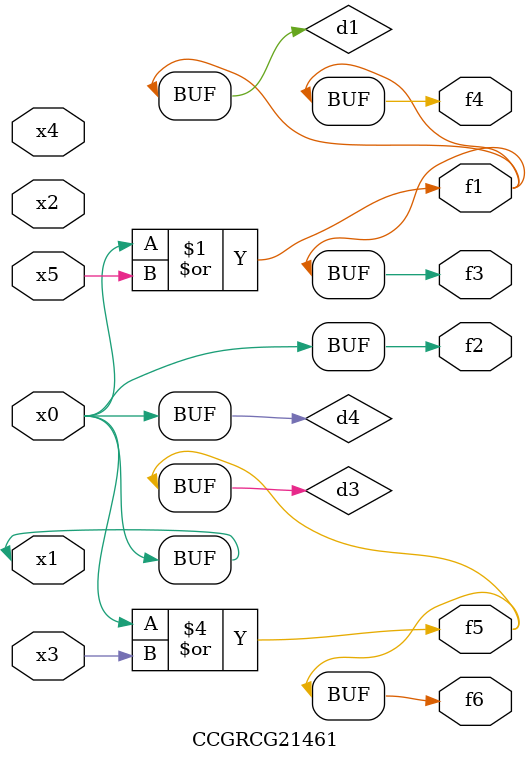
<source format=v>
module CCGRCG21461(
	input x0, x1, x2, x3, x4, x5,
	output f1, f2, f3, f4, f5, f6
);

	wire d1, d2, d3, d4;

	or (d1, x0, x5);
	xnor (d2, x1, x4);
	or (d3, x0, x3);
	buf (d4, x0, x1);
	assign f1 = d1;
	assign f2 = d4;
	assign f3 = d1;
	assign f4 = d1;
	assign f5 = d3;
	assign f6 = d3;
endmodule

</source>
